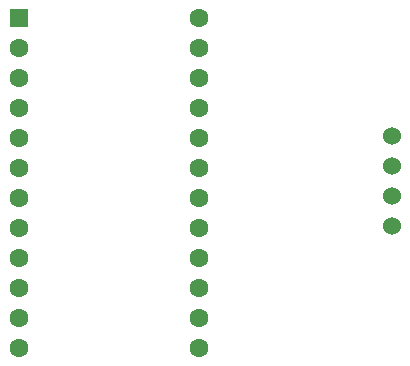
<source format=gbr>
%TF.GenerationSoftware,KiCad,Pcbnew,(6.0.1)*%
%TF.CreationDate,2023-03-08T21:06:13-08:00*%
%TF.ProjectId,Ultrasonic,556c7472-6173-46f6-9e69-632e6b696361,rev?*%
%TF.SameCoordinates,Original*%
%TF.FileFunction,Soldermask,Bot*%
%TF.FilePolarity,Negative*%
%FSLAX46Y46*%
G04 Gerber Fmt 4.6, Leading zero omitted, Abs format (unit mm)*
G04 Created by KiCad (PCBNEW (6.0.1)) date 2023-03-08 21:06:13*
%MOMM*%
%LPD*%
G01*
G04 APERTURE LIST*
%ADD10C,1.530000*%
%ADD11R,1.600000X1.600000*%
%ADD12C,1.600000*%
G04 APERTURE END LIST*
D10*
%TO.C,U2*%
X163250000Y-94610000D03*
X163250000Y-92070000D03*
X163250000Y-89530000D03*
X163250000Y-86990000D03*
%TD*%
D11*
%TO.C,U1*%
X131705000Y-76980000D03*
D12*
X131705000Y-79520000D03*
X131705000Y-82060000D03*
X131705000Y-84600000D03*
X131705000Y-87140000D03*
X131705000Y-89680000D03*
X131705000Y-92220000D03*
X131705000Y-94760000D03*
X131705000Y-97300000D03*
X131705000Y-99840000D03*
X131705000Y-102380000D03*
X131705000Y-104920000D03*
X146945000Y-104920000D03*
X146945000Y-102380000D03*
X146945000Y-99840000D03*
X146945000Y-97300000D03*
X146945000Y-94760000D03*
X146945000Y-92220000D03*
X146945000Y-89680000D03*
X146945000Y-87140000D03*
X146945000Y-84600000D03*
X146945000Y-82060000D03*
X146945000Y-79520000D03*
X146945000Y-76980000D03*
%TD*%
M02*

</source>
